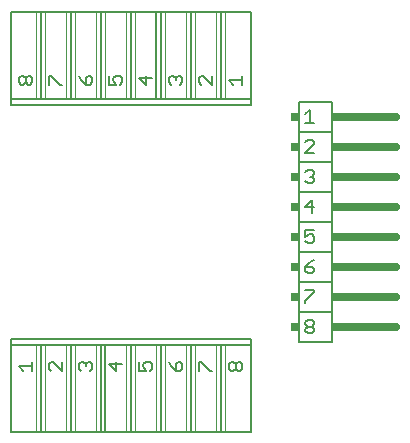
<source format=gbr>
G04 EAGLE Gerber X2 export*
G04 #@! %TF.Part,Single*
G04 #@! %TF.FileFunction,Legend,Top,1*
G04 #@! %TF.FilePolarity,Positive*
G04 #@! %TF.GenerationSoftware,Autodesk,EAGLE,9.0.0*
G04 #@! %TF.CreationDate,2019-08-08T19:13:39Z*
G75*
%MOMM*%
%FSLAX34Y34*%
%LPD*%
%AMOC8*
5,1,8,0,0,1.08239X$1,22.5*%
G01*
%ADD10C,0.152400*%
%ADD11C,0.660400*%
%ADD12C,0.127000*%
%ADD13R,0.762000X0.660400*%
%ADD14R,0.660400X0.660400*%
%ADD15C,0.050800*%


D10*
X243840Y76200D02*
X271780Y76200D01*
X243840Y76200D02*
X243840Y101600D01*
X271780Y101600D02*
X271780Y76200D01*
X271780Y127000D02*
X243840Y127000D01*
X271780Y127000D02*
X271780Y152400D01*
X271780Y101600D02*
X243840Y101600D01*
X243840Y127000D01*
X271780Y127000D02*
X271780Y101600D01*
D11*
X279400Y139700D02*
X326390Y139700D01*
X326390Y114300D02*
X279400Y114300D01*
X279400Y88900D02*
X326390Y88900D01*
D10*
X243840Y127000D02*
X243840Y152400D01*
X243840Y177800D01*
X271780Y177800D01*
X243840Y177800D02*
X243840Y203200D01*
X271780Y203200D01*
X271780Y177800D01*
X271780Y152400D02*
X243840Y152400D01*
X271780Y152400D02*
X271780Y177800D01*
X243840Y203200D02*
X243840Y228600D01*
X271780Y228600D02*
X271780Y203200D01*
X271780Y254000D02*
X243840Y254000D01*
X243840Y279400D01*
X271780Y279400D01*
X271780Y254000D01*
X271780Y228600D02*
X243840Y228600D01*
X243840Y254000D01*
X271780Y254000D02*
X271780Y228600D01*
D11*
X279400Y266700D02*
X326390Y266700D01*
X326390Y241300D02*
X279400Y241300D01*
X279400Y215900D02*
X326390Y215900D01*
X326390Y190500D02*
X279400Y190500D01*
X279400Y165100D02*
X326390Y165100D01*
D12*
X249555Y268612D02*
X253368Y272425D01*
X253368Y260985D01*
X249555Y260985D02*
X257182Y260985D01*
X257182Y235585D02*
X249555Y235585D01*
X257182Y243212D01*
X257182Y245118D01*
X255275Y247025D01*
X251462Y247025D01*
X249555Y245118D01*
X251462Y221625D02*
X249555Y219718D01*
X251462Y221625D02*
X255275Y221625D01*
X257182Y219718D01*
X257182Y217812D01*
X255275Y215905D01*
X253368Y215905D01*
X255275Y215905D02*
X257182Y213998D01*
X257182Y212092D01*
X255275Y210185D01*
X251462Y210185D01*
X249555Y212092D01*
X255275Y196225D02*
X255275Y184785D01*
X249555Y190505D02*
X255275Y196225D01*
X257182Y190505D02*
X249555Y190505D01*
X249555Y170825D02*
X257182Y170825D01*
X249555Y170825D02*
X249555Y165105D01*
X253368Y167012D01*
X255275Y167012D01*
X257182Y165105D01*
X257182Y161292D01*
X255275Y159385D01*
X251462Y159385D01*
X249555Y161292D01*
X257182Y145425D02*
X253368Y143518D01*
X249555Y139705D01*
X249555Y135892D01*
X251462Y133985D01*
X255275Y133985D01*
X257182Y135892D01*
X257182Y137798D01*
X255275Y139705D01*
X249555Y139705D01*
X249555Y120025D02*
X257182Y120025D01*
X257182Y118118D01*
X249555Y110492D01*
X249555Y108585D01*
X251462Y94625D02*
X249555Y92718D01*
X251462Y94625D02*
X255275Y94625D01*
X257182Y92718D01*
X257182Y90812D01*
X255275Y88905D01*
X257182Y86998D01*
X257182Y85092D01*
X255275Y83185D01*
X251462Y83185D01*
X249555Y85092D01*
X249555Y86998D01*
X251462Y88905D01*
X249555Y90812D01*
X249555Y92718D01*
X251462Y88905D02*
X255275Y88905D01*
D13*
X275590Y139700D03*
X275590Y114300D03*
X275590Y88900D03*
X275590Y266700D03*
X275590Y241300D03*
X275590Y215900D03*
X275590Y190500D03*
X275590Y165100D03*
D14*
X240538Y88900D03*
X240538Y114300D03*
X240538Y139700D03*
X240538Y165100D03*
X240538Y190500D03*
X240538Y215900D03*
X240538Y241300D03*
X240538Y266700D03*
D10*
X203200Y78740D02*
X203200Y73660D01*
X203200Y0D01*
X181610Y0D01*
X177800Y0D01*
X173990Y0D01*
X156210Y0D01*
X152400Y0D01*
X148590Y0D01*
X130810Y0D01*
X127000Y0D01*
X123190Y0D01*
X105410Y0D01*
X101600Y0D01*
X97790Y0D01*
X80010Y0D01*
X76200Y0D02*
X76200Y73660D01*
X181610Y73660D02*
X203200Y73660D01*
X181610Y73660D02*
X177800Y73660D01*
X173990Y73660D01*
X156210Y73660D01*
X152400Y73660D01*
X148590Y73660D01*
X130810Y73660D01*
X127000Y73660D01*
X123190Y73660D01*
X105410Y73660D01*
X101600Y73660D01*
X97790Y73660D01*
X80010Y73660D01*
X76200Y73660D01*
X101600Y73660D02*
X101600Y0D01*
X127000Y0D02*
X127000Y73660D01*
X152400Y73660D02*
X152400Y0D01*
X177800Y0D02*
X177800Y73660D01*
D15*
X181610Y73660D02*
X181610Y0D01*
X173990Y0D02*
X173990Y73660D01*
X156210Y73660D02*
X156210Y0D01*
X148590Y0D02*
X148590Y73660D01*
X130810Y73660D02*
X130810Y0D01*
X123190Y0D02*
X123190Y73660D01*
X105410Y73660D02*
X105410Y0D01*
X97790Y0D02*
X97790Y73660D01*
D10*
X80010Y73660D02*
X80010Y0D01*
X76200Y0D01*
X72390Y0D01*
D15*
X72390Y73660D01*
D10*
X0Y78740D02*
X203200Y78740D01*
X72390Y0D02*
X54610Y0D01*
X50800Y0D02*
X50800Y73660D01*
X72390Y73660D02*
X76200Y73660D01*
X72390Y73660D02*
X54610Y73660D01*
X50800Y73660D01*
D15*
X54610Y73660D02*
X54610Y0D01*
D10*
X50800Y0D01*
X46990Y0D01*
X29210Y0D01*
X25400Y0D01*
X25400Y73660D01*
D15*
X46990Y73660D02*
X46990Y0D01*
D10*
X46990Y73660D02*
X50800Y73660D01*
X46990Y73660D02*
X29210Y73660D01*
X25400Y73660D01*
X25400Y0D02*
X21590Y0D01*
X0Y0D01*
X0Y73660D01*
X0Y78740D01*
X21590Y73660D02*
X25400Y73660D01*
X21590Y73660D02*
X0Y73660D01*
D15*
X21590Y73660D02*
X21590Y0D01*
X29210Y0D02*
X29210Y73660D01*
D12*
X43815Y59062D02*
X43815Y51435D01*
X36189Y59062D01*
X34282Y59062D01*
X32375Y57155D01*
X32375Y53342D01*
X34282Y51435D01*
X184775Y53342D02*
X186682Y51435D01*
X184775Y53342D02*
X184775Y57155D01*
X186682Y59062D01*
X188589Y59062D01*
X190495Y57155D01*
X192402Y59062D01*
X194308Y59062D01*
X196215Y57155D01*
X196215Y53342D01*
X194308Y51435D01*
X192402Y51435D01*
X190495Y53342D01*
X188589Y51435D01*
X186682Y51435D01*
X190495Y53342D02*
X190495Y57155D01*
X59682Y51435D02*
X57775Y53342D01*
X57775Y57155D01*
X59682Y59062D01*
X61589Y59062D01*
X63495Y57155D01*
X63495Y55248D01*
X63495Y57155D02*
X65402Y59062D01*
X67308Y59062D01*
X69215Y57155D01*
X69215Y53342D01*
X67308Y51435D01*
X83175Y57155D02*
X94615Y57155D01*
X88895Y51435D02*
X83175Y57155D01*
X88895Y59062D02*
X88895Y51435D01*
X108575Y51435D02*
X108575Y59062D01*
X108575Y51435D02*
X114295Y51435D01*
X112389Y55248D01*
X112389Y57155D01*
X114295Y59062D01*
X118108Y59062D01*
X120015Y57155D01*
X120015Y53342D01*
X118108Y51435D01*
X133975Y59062D02*
X135882Y55248D01*
X139695Y51435D01*
X143508Y51435D01*
X145415Y53342D01*
X145415Y57155D01*
X143508Y59062D01*
X141602Y59062D01*
X139695Y57155D01*
X139695Y51435D01*
X159375Y51435D02*
X159375Y59062D01*
X161282Y59062D01*
X168908Y51435D01*
X170815Y51435D01*
X10789Y51435D02*
X6975Y55248D01*
X18415Y55248D01*
X18415Y51435D02*
X18415Y59062D01*
D10*
X0Y276860D02*
X0Y281940D01*
X0Y355600D01*
X21590Y355600D01*
X25400Y355600D01*
X29210Y355600D01*
X46990Y355600D01*
X50800Y355600D01*
X54610Y355600D01*
X72390Y355600D01*
X76200Y355600D01*
X80010Y355600D01*
X97790Y355600D01*
X101600Y355600D01*
X105410Y355600D01*
X123190Y355600D01*
X127000Y355600D02*
X127000Y281940D01*
X21590Y281940D02*
X0Y281940D01*
X21590Y281940D02*
X25400Y281940D01*
X29210Y281940D01*
X46990Y281940D01*
X50800Y281940D01*
X54610Y281940D01*
X72390Y281940D01*
X76200Y281940D01*
X80010Y281940D01*
X97790Y281940D01*
X101600Y281940D01*
X105410Y281940D01*
X123190Y281940D01*
X127000Y281940D01*
X101600Y281940D02*
X101600Y355600D01*
X76200Y355600D02*
X76200Y281940D01*
X50800Y281940D02*
X50800Y355600D01*
X25400Y355600D02*
X25400Y281940D01*
D15*
X21590Y281940D02*
X21590Y355600D01*
X29210Y355600D02*
X29210Y281940D01*
X46990Y281940D02*
X46990Y355600D01*
X54610Y355600D02*
X54610Y281940D01*
X72390Y281940D02*
X72390Y355600D01*
X80010Y355600D02*
X80010Y281940D01*
X97790Y281940D02*
X97790Y355600D01*
X105410Y355600D02*
X105410Y281940D01*
D10*
X123190Y281940D02*
X123190Y355600D01*
X127000Y355600D01*
X130810Y355600D01*
D15*
X130810Y281940D01*
D10*
X203200Y276860D02*
X0Y276860D01*
X130810Y355600D02*
X148590Y355600D01*
X152400Y355600D02*
X152400Y281940D01*
X130810Y281940D02*
X127000Y281940D01*
X130810Y281940D02*
X148590Y281940D01*
X152400Y281940D01*
D15*
X148590Y281940D02*
X148590Y355600D01*
D10*
X152400Y355600D01*
X156210Y355600D01*
X173990Y355600D01*
X177800Y355600D01*
X177800Y281940D01*
D15*
X156210Y281940D02*
X156210Y355600D01*
D10*
X156210Y281940D02*
X152400Y281940D01*
X156210Y281940D02*
X173990Y281940D01*
X177800Y281940D01*
X177800Y355600D02*
X181610Y355600D01*
X203200Y355600D01*
X203200Y281940D01*
X203200Y276860D01*
X181610Y281940D02*
X177800Y281940D01*
X181610Y281940D02*
X203200Y281940D01*
D15*
X181610Y281940D02*
X181610Y355600D01*
X173990Y355600D02*
X173990Y281940D01*
D12*
X170815Y293741D02*
X170815Y301368D01*
X163189Y301368D02*
X170815Y293741D01*
X163189Y301368D02*
X161282Y301368D01*
X159375Y299461D01*
X159375Y295648D01*
X161282Y293741D01*
X8882Y293741D02*
X6975Y295648D01*
X6975Y299461D01*
X8882Y301368D01*
X10789Y301368D01*
X12695Y299461D01*
X14602Y301368D01*
X16508Y301368D01*
X18415Y299461D01*
X18415Y295648D01*
X16508Y293741D01*
X14602Y293741D01*
X12695Y295648D01*
X10789Y293741D01*
X8882Y293741D01*
X12695Y295648D02*
X12695Y299461D01*
X133975Y295648D02*
X135882Y293741D01*
X133975Y295648D02*
X133975Y299461D01*
X135882Y301368D01*
X137789Y301368D01*
X139695Y299461D01*
X139695Y297554D01*
X139695Y299461D02*
X141602Y301368D01*
X143508Y301368D01*
X145415Y299461D01*
X145415Y295648D01*
X143508Y293741D01*
X120015Y299461D02*
X108575Y299461D01*
X114295Y293741D01*
X114295Y301368D01*
X83175Y301368D02*
X83175Y293741D01*
X88895Y293741D01*
X86989Y297554D01*
X86989Y299461D01*
X88895Y301368D01*
X92708Y301368D01*
X94615Y299461D01*
X94615Y295648D01*
X92708Y293741D01*
X59682Y297554D02*
X57775Y301368D01*
X59682Y297554D02*
X63495Y293741D01*
X67308Y293741D01*
X69215Y295648D01*
X69215Y299461D01*
X67308Y301368D01*
X65402Y301368D01*
X63495Y299461D01*
X63495Y293741D01*
X32375Y293741D02*
X32375Y301368D01*
X34282Y301368D01*
X41908Y293741D01*
X43815Y293741D01*
X184775Y297554D02*
X188589Y293741D01*
X184775Y297554D02*
X196215Y297554D01*
X196215Y293741D02*
X196215Y301368D01*
M02*

</source>
